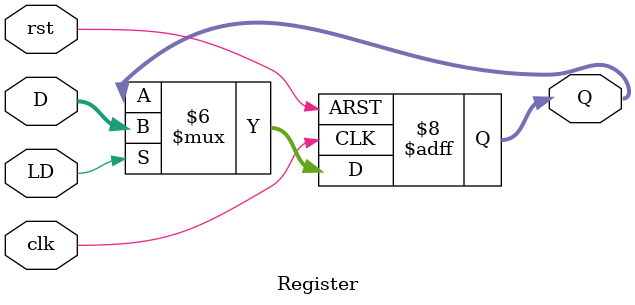
<source format=v>

module Register #( 
  parameter W = 8
) (
  input              clk
, input              rst

, input              LD
, input      [W-1:0] D
, output reg [W-1:0] Q
);

  initial Q = 0;
  
  always @ (posedge clk or negedge rst)
    begin
        if( rst == 1'b0 )
          Q <= 0;
        else if (LD == 1'b1)
          Q <= D;
        else
          Q <= Q;
    end

endmodule

</source>
